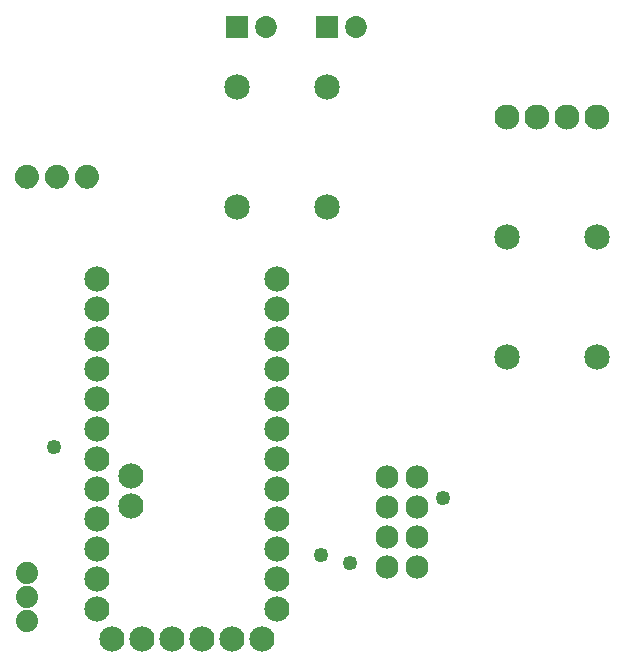
<source format=gbs>
G04 MADE WITH FRITZING*
G04 WWW.FRITZING.ORG*
G04 DOUBLE SIDED*
G04 HOLES PLATED*
G04 CONTOUR ON CENTER OF CONTOUR VECTOR*
%ASAXBY*%
%FSLAX23Y23*%
%MOIN*%
%OFA0B0*%
%SFA1.0B1.0*%
%ADD10C,0.077278*%
%ADD11C,0.083889*%
%ADD12C,0.072992*%
%ADD13C,0.085000*%
%ADD14C,0.084000*%
%ADD15C,0.074000*%
%ADD16C,0.049370*%
%ADD17R,0.072992X0.072992*%
%ADD18R,0.001000X0.001000*%
%LNMASK0*%
G90*
G70*
G54D10*
X1605Y793D03*
X1605Y693D03*
X1605Y593D03*
X1605Y493D03*
X1505Y793D03*
X1505Y693D03*
X1505Y593D03*
X1505Y493D03*
G54D11*
X1905Y1993D03*
X2005Y1993D03*
X2105Y1993D03*
X2205Y1993D03*
G54D12*
X1305Y2293D03*
X1403Y2293D03*
X1005Y2293D03*
X1103Y2293D03*
G54D13*
X2205Y1193D03*
X2205Y1593D03*
X2205Y1193D03*
X2205Y1593D03*
X1005Y1693D03*
X1005Y2093D03*
X1005Y1693D03*
X1005Y2093D03*
X1305Y2093D03*
X1305Y1693D03*
X1305Y2093D03*
X1305Y1693D03*
X1905Y1193D03*
X1905Y1593D03*
X1905Y1193D03*
X1905Y1593D03*
G54D14*
X588Y251D03*
X688Y251D03*
X788Y251D03*
X888Y251D03*
X988Y251D03*
X1088Y251D03*
X538Y351D03*
X538Y451D03*
X538Y551D03*
X538Y651D03*
X538Y751D03*
X653Y696D03*
X653Y796D03*
X538Y851D03*
X538Y951D03*
X538Y1051D03*
X538Y1151D03*
X538Y1251D03*
X538Y1351D03*
X538Y1451D03*
X1138Y1451D03*
X1138Y1351D03*
X1138Y1251D03*
X1138Y1151D03*
X1138Y1051D03*
X1138Y951D03*
X1138Y851D03*
X1138Y751D03*
X1138Y651D03*
X1138Y551D03*
X1138Y451D03*
X1138Y351D03*
G54D15*
X305Y314D03*
X305Y393D03*
X305Y472D03*
G54D16*
X1380Y507D03*
X1284Y531D03*
X1692Y723D03*
X396Y891D03*
G54D17*
X1305Y2293D03*
X1005Y2293D03*
G54D18*
X300Y1833D02*
X309Y1833D01*
X400Y1833D02*
X409Y1833D01*
X500Y1833D02*
X509Y1833D01*
X295Y1832D02*
X314Y1832D01*
X395Y1832D02*
X414Y1832D01*
X495Y1832D02*
X514Y1832D01*
X292Y1831D02*
X317Y1831D01*
X392Y1831D02*
X417Y1831D01*
X492Y1831D02*
X517Y1831D01*
X289Y1830D02*
X320Y1830D01*
X389Y1830D02*
X420Y1830D01*
X489Y1830D02*
X520Y1830D01*
X287Y1829D02*
X322Y1829D01*
X387Y1829D02*
X422Y1829D01*
X487Y1829D02*
X522Y1829D01*
X285Y1828D02*
X324Y1828D01*
X385Y1828D02*
X424Y1828D01*
X485Y1828D02*
X524Y1828D01*
X284Y1827D02*
X325Y1827D01*
X384Y1827D02*
X425Y1827D01*
X484Y1827D02*
X525Y1827D01*
X282Y1826D02*
X327Y1826D01*
X382Y1826D02*
X427Y1826D01*
X482Y1826D02*
X527Y1826D01*
X281Y1825D02*
X328Y1825D01*
X381Y1825D02*
X428Y1825D01*
X481Y1825D02*
X528Y1825D01*
X279Y1824D02*
X330Y1824D01*
X379Y1824D02*
X430Y1824D01*
X479Y1824D02*
X530Y1824D01*
X278Y1823D02*
X331Y1823D01*
X378Y1823D02*
X431Y1823D01*
X478Y1823D02*
X531Y1823D01*
X277Y1822D02*
X332Y1822D01*
X377Y1822D02*
X432Y1822D01*
X477Y1822D02*
X532Y1822D01*
X276Y1821D02*
X333Y1821D01*
X376Y1821D02*
X433Y1821D01*
X476Y1821D02*
X533Y1821D01*
X275Y1820D02*
X334Y1820D01*
X375Y1820D02*
X434Y1820D01*
X475Y1820D02*
X534Y1820D01*
X274Y1819D02*
X335Y1819D01*
X374Y1819D02*
X435Y1819D01*
X474Y1819D02*
X535Y1819D01*
X274Y1818D02*
X335Y1818D01*
X374Y1818D02*
X435Y1818D01*
X474Y1818D02*
X535Y1818D01*
X273Y1817D02*
X336Y1817D01*
X373Y1817D02*
X436Y1817D01*
X473Y1817D02*
X536Y1817D01*
X272Y1816D02*
X337Y1816D01*
X372Y1816D02*
X437Y1816D01*
X472Y1816D02*
X537Y1816D01*
X271Y1815D02*
X338Y1815D01*
X371Y1815D02*
X438Y1815D01*
X471Y1815D02*
X538Y1815D01*
X271Y1814D02*
X338Y1814D01*
X371Y1814D02*
X438Y1814D01*
X471Y1814D02*
X538Y1814D01*
X270Y1813D02*
X339Y1813D01*
X370Y1813D02*
X439Y1813D01*
X470Y1813D02*
X539Y1813D01*
X270Y1812D02*
X339Y1812D01*
X370Y1812D02*
X439Y1812D01*
X470Y1812D02*
X539Y1812D01*
X269Y1811D02*
X340Y1811D01*
X369Y1811D02*
X440Y1811D01*
X469Y1811D02*
X540Y1811D01*
X269Y1810D02*
X340Y1810D01*
X369Y1810D02*
X440Y1810D01*
X469Y1810D02*
X540Y1810D01*
X268Y1809D02*
X341Y1809D01*
X368Y1809D02*
X441Y1809D01*
X468Y1809D02*
X541Y1809D01*
X268Y1808D02*
X341Y1808D01*
X368Y1808D02*
X441Y1808D01*
X468Y1808D02*
X541Y1808D01*
X267Y1807D02*
X342Y1807D01*
X367Y1807D02*
X442Y1807D01*
X467Y1807D02*
X542Y1807D01*
X267Y1806D02*
X342Y1806D01*
X367Y1806D02*
X442Y1806D01*
X467Y1806D02*
X542Y1806D01*
X267Y1805D02*
X342Y1805D01*
X367Y1805D02*
X442Y1805D01*
X467Y1805D02*
X542Y1805D01*
X267Y1804D02*
X342Y1804D01*
X367Y1804D02*
X442Y1804D01*
X467Y1804D02*
X542Y1804D01*
X266Y1803D02*
X343Y1803D01*
X366Y1803D02*
X443Y1803D01*
X466Y1803D02*
X543Y1803D01*
X266Y1802D02*
X343Y1802D01*
X366Y1802D02*
X443Y1802D01*
X466Y1802D02*
X543Y1802D01*
X266Y1801D02*
X343Y1801D01*
X366Y1801D02*
X443Y1801D01*
X466Y1801D02*
X543Y1801D01*
X266Y1800D02*
X343Y1800D01*
X366Y1800D02*
X443Y1800D01*
X466Y1800D02*
X543Y1800D01*
X266Y1799D02*
X343Y1799D01*
X365Y1799D02*
X443Y1799D01*
X465Y1799D02*
X543Y1799D01*
X265Y1798D02*
X344Y1798D01*
X365Y1798D02*
X444Y1798D01*
X465Y1798D02*
X544Y1798D01*
X265Y1797D02*
X344Y1797D01*
X365Y1797D02*
X444Y1797D01*
X465Y1797D02*
X544Y1797D01*
X265Y1796D02*
X344Y1796D01*
X365Y1796D02*
X444Y1796D01*
X465Y1796D02*
X544Y1796D01*
X265Y1795D02*
X344Y1795D01*
X365Y1795D02*
X444Y1795D01*
X465Y1795D02*
X544Y1795D01*
X265Y1794D02*
X344Y1794D01*
X365Y1794D02*
X444Y1794D01*
X465Y1794D02*
X544Y1794D01*
X265Y1793D02*
X344Y1793D01*
X365Y1793D02*
X444Y1793D01*
X465Y1793D02*
X544Y1793D01*
X265Y1792D02*
X344Y1792D01*
X365Y1792D02*
X444Y1792D01*
X465Y1792D02*
X544Y1792D01*
X265Y1791D02*
X344Y1791D01*
X365Y1791D02*
X444Y1791D01*
X465Y1791D02*
X544Y1791D01*
X265Y1790D02*
X344Y1790D01*
X365Y1790D02*
X444Y1790D01*
X465Y1790D02*
X544Y1790D01*
X265Y1789D02*
X344Y1789D01*
X365Y1789D02*
X444Y1789D01*
X465Y1789D02*
X544Y1789D01*
X265Y1788D02*
X344Y1788D01*
X365Y1788D02*
X444Y1788D01*
X465Y1788D02*
X544Y1788D01*
X266Y1787D02*
X343Y1787D01*
X366Y1787D02*
X443Y1787D01*
X466Y1787D02*
X543Y1787D01*
X266Y1786D02*
X343Y1786D01*
X366Y1786D02*
X443Y1786D01*
X466Y1786D02*
X543Y1786D01*
X266Y1785D02*
X343Y1785D01*
X366Y1785D02*
X443Y1785D01*
X466Y1785D02*
X543Y1785D01*
X266Y1784D02*
X343Y1784D01*
X366Y1784D02*
X443Y1784D01*
X466Y1784D02*
X543Y1784D01*
X266Y1783D02*
X343Y1783D01*
X366Y1783D02*
X443Y1783D01*
X466Y1783D02*
X543Y1783D01*
X267Y1782D02*
X342Y1782D01*
X367Y1782D02*
X442Y1782D01*
X467Y1782D02*
X542Y1782D01*
X267Y1781D02*
X342Y1781D01*
X367Y1781D02*
X442Y1781D01*
X467Y1781D02*
X542Y1781D01*
X267Y1780D02*
X342Y1780D01*
X367Y1780D02*
X442Y1780D01*
X467Y1780D02*
X542Y1780D01*
X268Y1779D02*
X341Y1779D01*
X368Y1779D02*
X441Y1779D01*
X468Y1779D02*
X541Y1779D01*
X268Y1778D02*
X341Y1778D01*
X368Y1778D02*
X441Y1778D01*
X468Y1778D02*
X541Y1778D01*
X269Y1777D02*
X340Y1777D01*
X369Y1777D02*
X440Y1777D01*
X469Y1777D02*
X540Y1777D01*
X269Y1776D02*
X340Y1776D01*
X369Y1776D02*
X440Y1776D01*
X469Y1776D02*
X540Y1776D01*
X269Y1775D02*
X339Y1775D01*
X369Y1775D02*
X439Y1775D01*
X469Y1775D02*
X539Y1775D01*
X270Y1774D02*
X339Y1774D01*
X370Y1774D02*
X439Y1774D01*
X470Y1774D02*
X539Y1774D01*
X271Y1773D02*
X338Y1773D01*
X371Y1773D02*
X438Y1773D01*
X471Y1773D02*
X538Y1773D01*
X271Y1772D02*
X338Y1772D01*
X371Y1772D02*
X438Y1772D01*
X471Y1772D02*
X538Y1772D01*
X272Y1771D02*
X337Y1771D01*
X372Y1771D02*
X437Y1771D01*
X472Y1771D02*
X537Y1771D01*
X273Y1770D02*
X336Y1770D01*
X373Y1770D02*
X436Y1770D01*
X473Y1770D02*
X536Y1770D01*
X273Y1769D02*
X336Y1769D01*
X373Y1769D02*
X436Y1769D01*
X473Y1769D02*
X536Y1769D01*
X274Y1768D02*
X335Y1768D01*
X374Y1768D02*
X435Y1768D01*
X474Y1768D02*
X535Y1768D01*
X275Y1767D02*
X334Y1767D01*
X375Y1767D02*
X434Y1767D01*
X475Y1767D02*
X534Y1767D01*
X276Y1766D02*
X333Y1766D01*
X376Y1766D02*
X433Y1766D01*
X476Y1766D02*
X533Y1766D01*
X277Y1765D02*
X332Y1765D01*
X377Y1765D02*
X432Y1765D01*
X477Y1765D02*
X532Y1765D01*
X278Y1764D02*
X331Y1764D01*
X378Y1764D02*
X431Y1764D01*
X478Y1764D02*
X531Y1764D01*
X279Y1763D02*
X330Y1763D01*
X379Y1763D02*
X430Y1763D01*
X479Y1763D02*
X530Y1763D01*
X280Y1762D02*
X329Y1762D01*
X380Y1762D02*
X429Y1762D01*
X480Y1762D02*
X529Y1762D01*
X282Y1761D02*
X327Y1761D01*
X382Y1761D02*
X427Y1761D01*
X482Y1761D02*
X527Y1761D01*
X283Y1760D02*
X326Y1760D01*
X383Y1760D02*
X426Y1760D01*
X483Y1760D02*
X526Y1760D01*
X285Y1759D02*
X324Y1759D01*
X385Y1759D02*
X424Y1759D01*
X485Y1759D02*
X524Y1759D01*
X286Y1758D02*
X323Y1758D01*
X386Y1758D02*
X423Y1758D01*
X486Y1758D02*
X523Y1758D01*
X288Y1757D02*
X321Y1757D01*
X388Y1757D02*
X421Y1757D01*
X488Y1757D02*
X521Y1757D01*
X291Y1756D02*
X318Y1756D01*
X391Y1756D02*
X418Y1756D01*
X491Y1756D02*
X518Y1756D01*
X294Y1755D02*
X315Y1755D01*
X394Y1755D02*
X415Y1755D01*
X494Y1755D02*
X515Y1755D01*
X298Y1754D02*
X311Y1754D01*
X398Y1754D02*
X411Y1754D01*
X498Y1754D02*
X511Y1754D01*
D02*
G04 End of Mask0*
M02*
</source>
